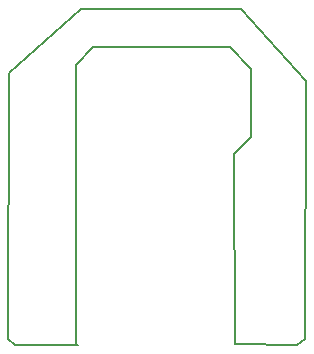
<source format=gm1>
G04 #@! TF.GenerationSoftware,KiCad,Pcbnew,7.99.0-unknown-c07e9c834f~172~ubuntu22.04.1*
G04 #@! TF.CreationDate,2023-09-07T22:16:35+09:00*
G04 #@! TF.ProjectId,bGeigieCast V1.6.0(StampS3),62476569-6769-4654-9361-73742056312e,rev?*
G04 #@! TF.SameCoordinates,Original*
G04 #@! TF.FileFunction,Profile,NP*
%FSLAX46Y46*%
G04 Gerber Fmt 4.6, Leading zero omitted, Abs format (unit mm)*
G04 Created by KiCad (PCBNEW 7.99.0-unknown-c07e9c834f~172~ubuntu22.04.1) date 2023-09-07 22:16:35*
%MOMM*%
%LPD*%
G01*
G04 APERTURE LIST*
G04 #@! TA.AperFunction,Profile*
%ADD10C,0.150000*%
G04 #@! TD*
G04 APERTURE END LIST*
D10*
X135836040Y-119197000D02*
X136431000Y-119705000D01*
X135923000Y-96718000D02*
X135836040Y-119197000D01*
X141765000Y-119705000D02*
X136431000Y-119705000D01*
X160306500Y-119705000D02*
X154998400Y-119679600D01*
X160942000Y-119197000D02*
X161005500Y-97353000D01*
X142019000Y-91257000D02*
X135923000Y-96718000D01*
X160942000Y-119197000D02*
X160306500Y-119705000D01*
X141587200Y-96057600D02*
X141587200Y-119679600D01*
X156360127Y-102138500D02*
X154973000Y-103576000D01*
X155544500Y-91257000D02*
X161005500Y-97353000D01*
X154642800Y-94482800D02*
X156370000Y-96337000D01*
X154973000Y-103576000D02*
X154998400Y-119679600D01*
X155544500Y-91257000D02*
X142019000Y-91257000D01*
X142984200Y-94533600D02*
X141587200Y-96057600D01*
X154642800Y-94482800D02*
X142984200Y-94533600D01*
X156370000Y-96337000D02*
X156360127Y-102138500D01*
M02*

</source>
